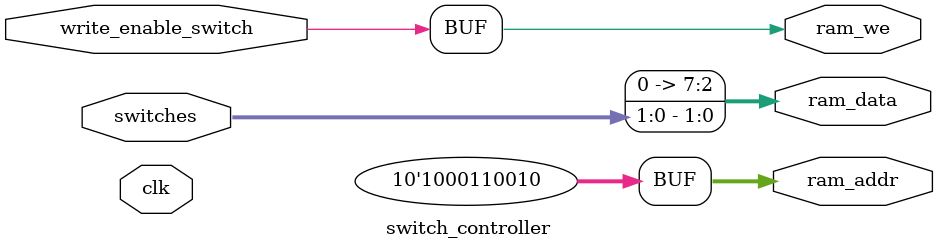
<source format=sv>
module switch_controller (
    input logic clk,
    input logic [1:0] switches, // switches for data
    input logic write_enable_switch, // Additional switch for write enable
    output logic [7:0] ram_data,
    output logic ram_we,
    output logic [9:0] ram_addr
);
    assign ram_addr = 10'd562; // Fixed address 562
    assign ram_data = switches; // Data from switches
    assign ram_we = write_enable_switch; // Write enable controlled by the dedicated switch
endmodule

</source>
